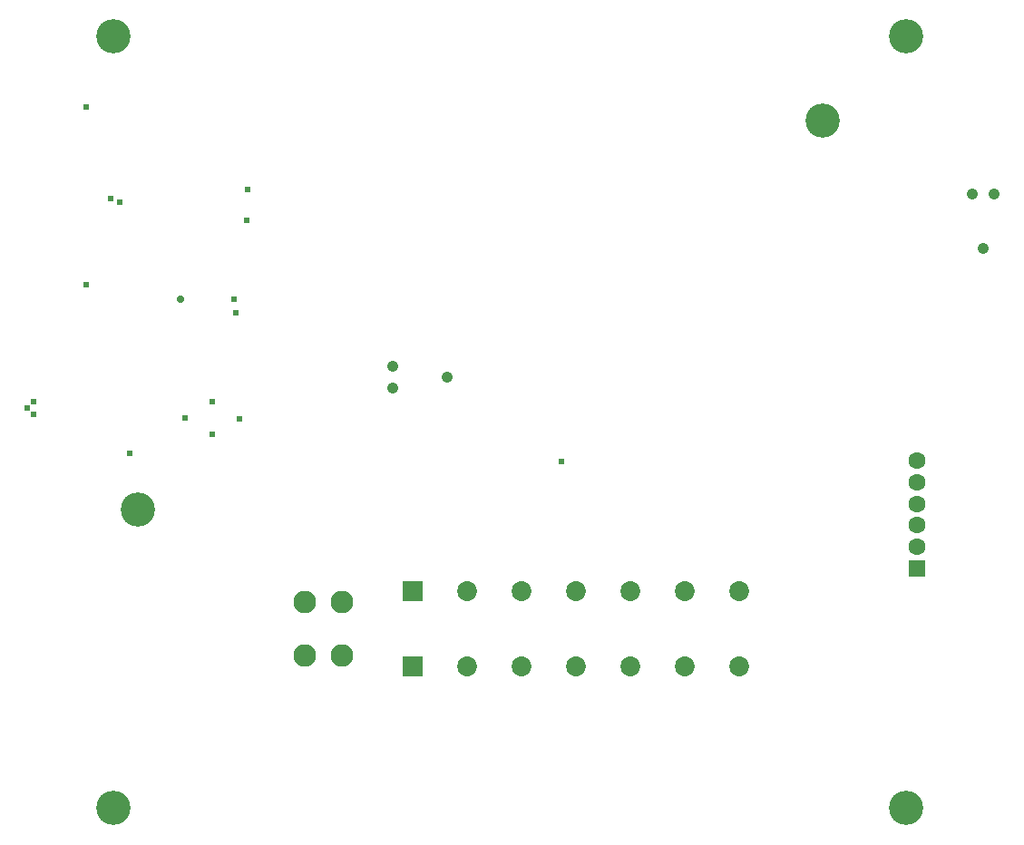
<source format=gbs>
G04*
G04 #@! TF.GenerationSoftware,Altium Limited,Altium Designer,19.0.12 (326)*
G04*
G04 Layer_Color=16711935*
%FSLAX25Y25*%
%MOIN*%
G70*
G01*
G75*
%ADD134C,0.06300*%
%ADD135R,0.06300X0.06300*%
%ADD136C,0.12611*%
%ADD137C,0.08300*%
%ADD138C,0.07300*%
%ADD139R,0.07300X0.07300*%
%ADD140C,0.04200*%
%ADD141C,0.02400*%
%ADD142C,0.02800*%
D134*
X334961Y139270D02*
D03*
Y131396D02*
D03*
Y123522D02*
D03*
Y115648D02*
D03*
Y107774D02*
D03*
D135*
Y99900D02*
D03*
D136*
X39370Y11811D02*
D03*
X330709D02*
D03*
Y295276D02*
D03*
X39370D02*
D03*
X48425Y121496D02*
D03*
X300079Y264488D02*
D03*
D137*
X123500Y87600D02*
D03*
Y67915D02*
D03*
X109721D02*
D03*
Y87600D02*
D03*
D138*
X269559Y91379D02*
D03*
X249559D02*
D03*
X229559D02*
D03*
X209559D02*
D03*
X189559D02*
D03*
X169559D02*
D03*
X269559Y63820D02*
D03*
X249559D02*
D03*
X229559D02*
D03*
X209559D02*
D03*
X189559D02*
D03*
X169559D02*
D03*
D139*
X149559D02*
D03*
Y91379D02*
D03*
D140*
X162100Y170032D02*
D03*
X142100Y166032D02*
D03*
Y174032D02*
D03*
X359244Y217451D02*
D03*
X355244Y237451D02*
D03*
X363244D02*
D03*
D141*
X88600Y227847D02*
D03*
X88800Y239088D02*
D03*
X83900Y198700D02*
D03*
X29500Y204200D02*
D03*
X84500Y193800D02*
D03*
X29600Y269400D02*
D03*
X38600Y235896D02*
D03*
X41700Y234600D02*
D03*
X10100Y156600D02*
D03*
X10200Y161200D02*
D03*
X8000Y158800D02*
D03*
X86000Y154900D02*
D03*
X65847Y155100D02*
D03*
X75729Y149000D02*
D03*
Y161000D02*
D03*
X204300Y139000D02*
D03*
X45400Y142000D02*
D03*
D142*
X64240Y198881D02*
D03*
M02*

</source>
